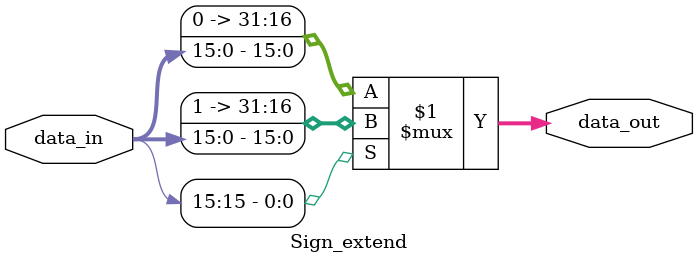
<source format=v>
module Sign_extend(data_out, data_in);
input 	[15:0] data_in;
output	[31:0] data_out;

assign  	data_out = (data_in[15])? 	{16'hffff,data_in} :{16'h0000,data_in};

endmodule
</source>
